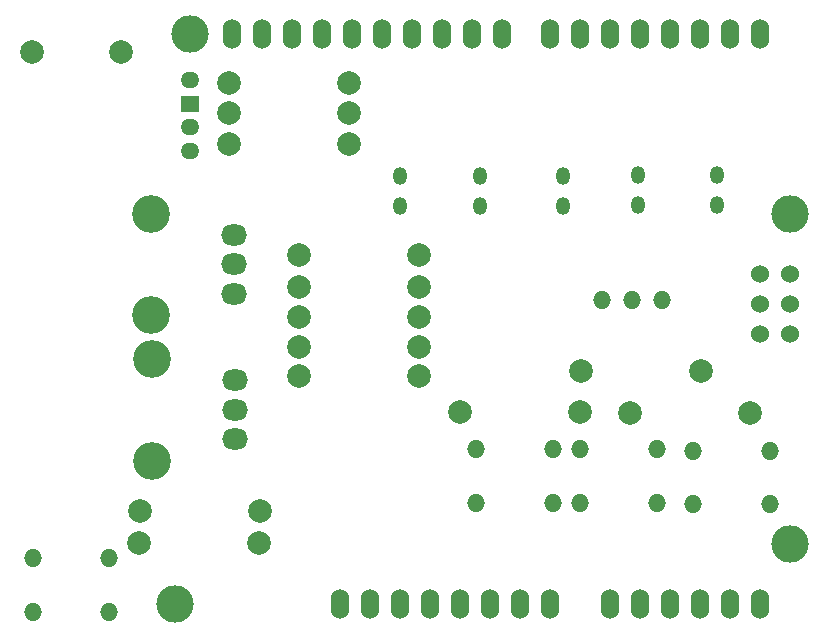
<source format=gts>
G04 #@! TF.FileFunction,Soldermask,Top*
%FSLAX46Y46*%
G04 Gerber Fmt 4.6, Leading zero omitted, Abs format (unit mm)*
G04 Created by KiCad (PCBNEW 4.0.5+dfsg1-4~bpo8+1) date Wed Sep 27 19:52:24 2017*
%MOMM*%
%LPD*%
G01*
G04 APERTURE LIST*
%ADD10C,0.100000*%
%ADD11O,1.524000X1.524000*%
%ADD12C,1.998980*%
%ADD13O,1.524000X2.540000*%
%ADD14C,3.175000*%
%ADD15C,1.524000*%
%ADD16C,2.000000*%
%ADD17C,3.200000*%
%ADD18O,2.200000X1.800000*%
%ADD19O,1.219200X1.519200*%
%ADD20O,1.551280X1.351280*%
%ADD21R,1.551280X1.351280*%
G04 APERTURE END LIST*
D10*
D11*
X184759600Y-122301000D03*
X191262000Y-122301000D03*
X184759600Y-126822200D03*
X191262000Y-126822200D03*
X166433500Y-122161300D03*
X172935900Y-122161300D03*
X166433500Y-126682500D03*
X172935900Y-126682500D03*
D12*
X189611000Y-119126000D03*
X179451000Y-119126000D03*
X161544000Y-113538000D03*
X151384000Y-113538000D03*
X161544000Y-115951000D03*
X151384000Y-115951000D03*
D11*
X175234600Y-122161300D03*
X181737000Y-122161300D03*
X175234600Y-126682500D03*
X181737000Y-126682500D03*
D13*
X190459360Y-135260080D03*
X187919360Y-135260080D03*
X185379360Y-135260080D03*
X177759360Y-135260080D03*
X180299360Y-135260080D03*
X182839360Y-135260080D03*
X172679360Y-135260080D03*
X170139360Y-135260080D03*
X167599360Y-135260080D03*
X162519360Y-135260080D03*
X159979360Y-135260080D03*
X190459360Y-87000080D03*
X187919360Y-87000080D03*
X185379360Y-87000080D03*
X182839360Y-87000080D03*
X180299360Y-87000080D03*
X177759360Y-87000080D03*
X175219360Y-87000080D03*
X172679360Y-87000080D03*
X168615360Y-87000080D03*
X166075360Y-87000080D03*
X163535360Y-87000080D03*
X160995360Y-87000080D03*
X158455360Y-87000080D03*
X155915360Y-87000080D03*
X153375360Y-87000080D03*
X150835360Y-87000080D03*
X165059360Y-135260080D03*
D14*
X192999360Y-130180080D03*
X192999360Y-102240080D03*
X142199360Y-87000080D03*
X140929360Y-135260080D03*
D13*
X148295360Y-87000080D03*
X145755360Y-87000080D03*
X157439360Y-135260080D03*
X154899360Y-135260080D03*
D15*
X190459360Y-107320080D03*
X192999360Y-107320080D03*
X190459360Y-109860080D03*
X192999360Y-109860080D03*
X190459360Y-112400080D03*
X192999360Y-112400080D03*
D11*
X182118000Y-109537500D03*
X179578000Y-109537500D03*
X177038000Y-109537500D03*
X128854200Y-131394200D03*
X135356600Y-131394200D03*
X128854200Y-135915400D03*
X135356600Y-135915400D03*
D16*
X128762760Y-88539320D03*
X136362440Y-88539320D03*
D12*
X137927080Y-127406400D03*
X148087080Y-127406400D03*
X148056600Y-130063240D03*
X137896600Y-130063240D03*
X161571940Y-105707180D03*
X151411940Y-105707180D03*
X161571940Y-108377355D03*
X151411940Y-108377355D03*
X161571940Y-110939580D03*
X151411940Y-110939580D03*
X145450560Y-91109800D03*
X155610560Y-91109800D03*
X145455640Y-93677740D03*
X155615640Y-93677740D03*
X145455640Y-96306640D03*
X155615640Y-96306640D03*
X185420000Y-115570000D03*
X175260000Y-115570000D03*
X165026340Y-118999000D03*
X175186340Y-118999000D03*
D17*
X138963400Y-123111040D03*
X138963400Y-114511040D03*
D18*
X145963400Y-118811040D03*
X145963400Y-121311040D03*
X145963400Y-116311040D03*
D17*
X138912600Y-110794800D03*
X138912600Y-102194800D03*
D18*
X145912600Y-106494800D03*
X145912600Y-108994800D03*
X145912600Y-103994800D03*
D19*
X159943800Y-99060000D03*
X159943800Y-101600000D03*
X166751000Y-99060000D03*
X166751000Y-101600000D03*
X173736000Y-99060000D03*
X173736000Y-101600000D03*
X180140493Y-98921321D03*
X180140493Y-101461321D03*
X186820493Y-98921321D03*
X186820493Y-101461321D03*
D20*
X142148414Y-96880774D03*
X142148414Y-90881294D03*
D21*
X142148414Y-92880274D03*
D20*
X142148414Y-94881794D03*
M02*

</source>
